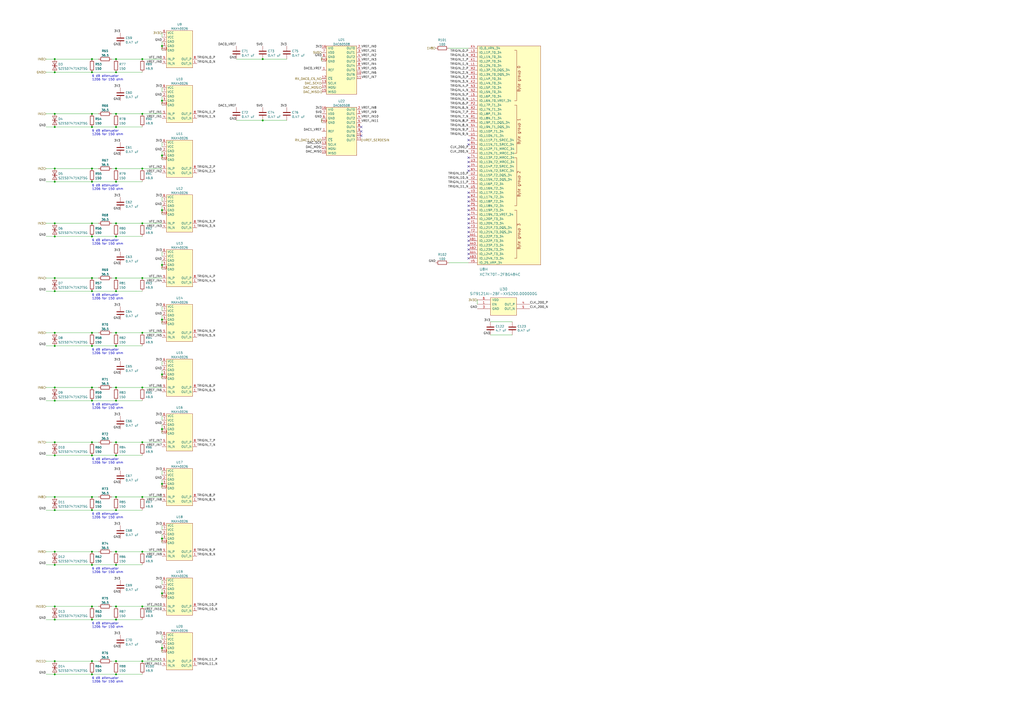
<source format=kicad_sch>
(kicad_sch (version 20211123) (generator eeschema)
  (paper "A2")
  (title_block (title "Trigger Crossbar") (date "2023-12-19") (rev "0.1") (company "Antikernel Labs") (comment 1 "Andrew D. Zonenberg"))
  (junction (at 31.75 264.16))
  (junction (at 67.31 193.04))
  (junction (at 53.34 105.41))
  (junction (at 31.75 193.04))
  (junction (at 53.34 97.79))
  (junction (at 53.34 66.04))
  (junction (at 93.98 280.67))
  (junction (at 82.55 288.29))
  (junction (at 82.55 320.04))
  (junction (at 31.75 137.16))
  (junction (at 31.75 224.79))
  (junction (at 93.98 185.42))
  (junction (at 82.55 193.04))
  (junction (at 67.31 224.79))
  (junction (at 53.34 168.91))
  (junction (at 82.55 224.79))
  (junction (at 53.34 264.16))
  (junction (at 93.98 375.92))
  (junction (at 31.75 383.54))
  (junction (at 53.34 359.41))
  (junction (at 93.98 153.67))
  (junction (at 53.34 232.41))
  (junction (at 82.55 383.54))
  (junction (at 31.75 66.04))
  (junction (at 67.31 168.91))
  (junction (at 53.34 73.66))
  (junction (at 93.98 121.92))
  (junction (at 67.31 295.91))
  (junction (at 31.75 288.29))
  (junction (at 53.34 200.66))
  (junction (at 93.98 217.17))
  (junction (at 67.31 161.29))
  (junction (at 93.98 58.42))
  (junction (at 67.31 232.41))
  (junction (at 53.34 351.79))
  (junction (at 53.34 327.66))
  (junction (at 93.98 312.42))
  (junction (at 31.75 73.66))
  (junction (at 53.34 320.04))
  (junction (at 67.31 391.16))
  (junction (at 67.31 97.79))
  (junction (at 53.34 295.91))
  (junction (at 67.31 288.29))
  (junction (at 31.75 232.41))
  (junction (at 31.75 34.29))
  (junction (at 82.55 129.54))
  (junction (at 31.75 391.16))
  (junction (at 31.75 200.66))
  (junction (at 67.31 200.66))
  (junction (at 31.75 320.04))
  (junction (at 31.75 97.79))
  (junction (at 53.34 256.54))
  (junction (at 53.34 41.91))
  (junction (at 31.75 295.91))
  (junction (at 67.31 264.16))
  (junction (at 31.75 168.91))
  (junction (at 31.75 161.29))
  (junction (at 82.55 34.29))
  (junction (at 67.31 41.91))
  (junction (at 31.75 327.66))
  (junction (at 67.31 383.54))
  (junction (at 82.55 161.29))
  (junction (at 67.31 137.16))
  (junction (at 93.98 344.17))
  (junction (at 152.4 69.85))
  (junction (at 93.98 90.17))
  (junction (at 53.34 224.79))
  (junction (at 53.34 383.54))
  (junction (at 82.55 66.04))
  (junction (at 93.98 26.67))
  (junction (at 67.31 66.04))
  (junction (at 53.34 161.29))
  (junction (at 67.31 351.79))
  (junction (at 53.34 391.16))
  (junction (at 31.75 351.79))
  (junction (at 82.55 351.79))
  (junction (at 53.34 193.04))
  (junction (at 67.31 320.04))
  (junction (at 53.34 34.29))
  (junction (at 31.75 256.54))
  (junction (at 53.34 129.54))
  (junction (at 82.55 256.54))
  (junction (at 67.31 34.29))
  (junction (at 31.75 359.41))
  (junction (at 31.75 41.91))
  (junction (at 93.98 248.92))
  (junction (at 67.31 105.41))
  (junction (at 31.75 129.54))
  (junction (at 67.31 327.66))
  (junction (at 67.31 73.66))
  (junction (at 67.31 129.54))
  (junction (at 82.55 97.79))
  (junction (at 53.34 288.29))
  (junction (at 31.75 105.41))
  (junction (at 67.31 256.54))
  (junction (at 67.31 359.41))
  (junction (at 152.4 34.29))
  (junction (at 53.34 137.16))
  (no_connect (at 271.78 119.38))
  (no_connect (at 271.78 124.46))
  (no_connect (at 271.78 139.7))
  (no_connect (at 271.78 134.62))
  (no_connect (at 271.78 83.82))
  (no_connect (at 271.78 93.98))
  (no_connect (at 271.78 111.76))
  (no_connect (at 271.78 144.78))
  (no_connect (at 271.78 91.44))
  (no_connect (at 271.78 132.08))
  (no_connect (at 271.78 142.24))
  (no_connect (at 271.78 129.54))
  (no_connect (at 271.78 96.52))
  (no_connect (at 271.78 149.86))
  (no_connect (at 271.78 127))
  (no_connect (at 209.55 73.66))
  (no_connect (at 271.78 114.3))
  (no_connect (at 271.78 147.32))
  (no_connect (at 271.78 99.06))
  (no_connect (at 209.55 76.2))
  (no_connect (at 271.78 116.84))
  (no_connect (at 271.78 137.16))
  (no_connect (at 209.55 78.74))
  (no_connect (at 271.78 121.92))
  (no_connect (at 271.78 81.28))
  (wire (pts (xy 93.98 87.63) (xy 93.98 90.17)))
  (wire (pts (xy 93.98 177.8) (xy 93.98 180.34)))
  (wire (pts (xy 67.31 391.16) (xy 82.55 391.16)))
  (wire (pts (xy 26.67 288.29) (xy 31.75 288.29)))
  (wire (pts (xy 53.34 200.66) (xy 67.31 200.66)))
  (wire (pts (xy 93.98 246.38) (xy 93.98 248.92)))
  (wire (pts (xy 67.31 295.91) (xy 82.55 295.91)))
  (wire (pts (xy 93.98 375.92) (xy 93.98 378.46)))
  (wire (pts (xy 67.31 327.66) (xy 82.55 327.66)))
  (wire (pts (xy 137.16 69.85) (xy 152.4 69.85)))
  (wire (pts (xy 26.67 41.91) (xy 31.75 41.91)))
  (wire (pts (xy 93.98 146.05) (xy 93.98 148.59)))
  (wire (pts (xy 64.77 129.54) (xy 67.31 129.54)))
  (wire (pts (xy 31.75 359.41) (xy 53.34 359.41)))
  (wire (pts (xy 31.75 327.66) (xy 53.34 327.66)))
  (wire (pts (xy 53.34 264.16) (xy 67.31 264.16)))
  (wire (pts (xy 26.67 129.54) (xy 31.75 129.54)))
  (wire (pts (xy 67.31 264.16) (xy 82.55 264.16)))
  (wire (pts (xy 53.34 161.29) (xy 57.15 161.29)))
  (wire (pts (xy 53.34 105.41) (xy 67.31 105.41)))
  (wire (pts (xy 53.34 359.41) (xy 67.31 359.41)))
  (wire (pts (xy 53.34 320.04) (xy 57.15 320.04)))
  (wire (pts (xy 26.67 161.29) (xy 31.75 161.29)))
  (wire (pts (xy 31.75 161.29) (xy 53.34 161.29)))
  (wire (pts (xy 186.69 33.02) (xy 186.69 35.56)))
  (wire (pts (xy 93.98 336.55) (xy 93.98 339.09)))
  (wire (pts (xy 82.55 66.04) (xy 93.98 66.04)))
  (wire (pts (xy 82.55 34.29) (xy 93.98 34.29)))
  (wire (pts (xy 31.75 34.29) (xy 53.34 34.29)))
  (wire (pts (xy 31.75 264.16) (xy 53.34 264.16)))
  (wire (pts (xy 31.75 97.79) (xy 53.34 97.79)))
  (wire (pts (xy 31.75 73.66) (xy 53.34 73.66)))
  (wire (pts (xy 64.77 351.79) (xy 67.31 351.79)))
  (wire (pts (xy 53.34 97.79) (xy 57.15 97.79)))
  (wire (pts (xy 67.31 34.29) (xy 82.55 34.29)))
  (wire (pts (xy 26.67 351.79) (xy 31.75 351.79)))
  (wire (pts (xy 53.34 34.29) (xy 57.15 34.29)))
  (wire (pts (xy 26.67 264.16) (xy 31.75 264.16)))
  (wire (pts (xy 31.75 256.54) (xy 53.34 256.54)))
  (wire (pts (xy 64.77 224.79) (xy 67.31 224.79)))
  (wire (pts (xy 67.31 232.41) (xy 82.55 232.41)))
  (wire (pts (xy 26.67 193.04) (xy 31.75 193.04)))
  (wire (pts (xy 276.86 173.99) (xy 276.86 176.53)))
  (wire (pts (xy 26.67 200.66) (xy 31.75 200.66)))
  (wire (pts (xy 93.98 182.88) (xy 93.98 185.42)))
  (wire (pts (xy 31.75 168.91) (xy 53.34 168.91)))
  (wire (pts (xy 67.31 97.79) (xy 82.55 97.79)))
  (wire (pts (xy 93.98 26.67) (xy 93.98 29.21)))
  (wire (pts (xy 31.75 288.29) (xy 53.34 288.29)))
  (wire (pts (xy 93.98 185.42) (xy 93.98 187.96)))
  (wire (pts (xy 26.67 232.41) (xy 31.75 232.41)))
  (wire (pts (xy 53.34 256.54) (xy 57.15 256.54)))
  (wire (pts (xy 53.34 232.41) (xy 67.31 232.41)))
  (wire (pts (xy 297.18 186.69) (xy 284.48 186.69)))
  (wire (pts (xy 31.75 224.79) (xy 53.34 224.79)))
  (wire (pts (xy 67.31 105.41) (xy 82.55 105.41)))
  (wire (pts (xy 82.55 97.79) (xy 93.98 97.79)))
  (wire (pts (xy 67.31 161.29) (xy 82.55 161.29)))
  (wire (pts (xy 26.67 73.66) (xy 31.75 73.66)))
  (wire (pts (xy 260.35 27.94) (xy 271.78 27.94)))
  (wire (pts (xy 53.34 137.16) (xy 67.31 137.16)))
  (wire (pts (xy 82.55 224.79) (xy 93.98 224.79)))
  (wire (pts (xy 26.67 105.41) (xy 31.75 105.41)))
  (wire (pts (xy 82.55 288.29) (xy 93.98 288.29)))
  (wire (pts (xy 53.34 295.91) (xy 67.31 295.91)))
  (wire (pts (xy 67.31 41.91) (xy 82.55 41.91)))
  (wire (pts (xy 53.34 193.04) (xy 57.15 193.04)))
  (wire (pts (xy 67.31 383.54) (xy 82.55 383.54)))
  (wire (pts (xy 31.75 200.66) (xy 53.34 200.66)))
  (wire (pts (xy 26.67 224.79) (xy 31.75 224.79)))
  (wire (pts (xy 67.31 224.79) (xy 82.55 224.79)))
  (wire (pts (xy 93.98 373.38) (xy 93.98 375.92)))
  (wire (pts (xy 53.34 383.54) (xy 57.15 383.54)))
  (wire (pts (xy 64.77 256.54) (xy 67.31 256.54)))
  (wire (pts (xy 93.98 55.88) (xy 93.98 58.42)))
  (wire (pts (xy 93.98 90.17) (xy 93.98 92.71)))
  (wire (pts (xy 93.98 121.92) (xy 93.98 124.46)))
  (wire (pts (xy 26.67 168.91) (xy 31.75 168.91)))
  (wire (pts (xy 31.75 137.16) (xy 53.34 137.16)))
  (wire (pts (xy 93.98 24.13) (xy 93.98 26.67)))
  (wire (pts (xy 260.35 152.4) (xy 271.78 152.4)))
  (wire (pts (xy 53.34 66.04) (xy 57.15 66.04)))
  (wire (pts (xy 31.75 391.16) (xy 53.34 391.16)))
  (wire (pts (xy 26.67 97.79) (xy 31.75 97.79)))
  (wire (pts (xy 93.98 344.17) (xy 93.98 346.71)))
  (wire (pts (xy 53.34 288.29) (xy 57.15 288.29)))
  (wire (pts (xy 64.77 383.54) (xy 67.31 383.54)))
  (wire (pts (xy 53.34 73.66) (xy 67.31 73.66)))
  (wire (pts (xy 31.75 105.41) (xy 53.34 105.41)))
  (wire (pts (xy 93.98 278.13) (xy 93.98 280.67)))
  (wire (pts (xy 31.75 129.54) (xy 53.34 129.54)))
  (wire (pts (xy 26.67 34.29) (xy 31.75 34.29)))
  (wire (pts (xy 26.67 327.66) (xy 31.75 327.66)))
  (wire (pts (xy 93.98 114.3) (xy 93.98 116.84)))
  (wire (pts (xy 31.75 295.91) (xy 53.34 295.91)))
  (wire (pts (xy 152.4 69.85) (xy 166.37 69.85)))
  (wire (pts (xy 26.67 383.54) (xy 31.75 383.54)))
  (wire (pts (xy 64.77 161.29) (xy 67.31 161.29)))
  (wire (pts (xy 53.34 391.16) (xy 67.31 391.16)))
  (wire (pts (xy 53.34 351.79) (xy 57.15 351.79)))
  (wire (pts (xy 93.98 153.67) (xy 93.98 156.21)))
  (wire (pts (xy 31.75 41.91) (xy 53.34 41.91)))
  (wire (pts (xy 64.77 288.29) (xy 67.31 288.29)))
  (wire (pts (xy 93.98 19.05) (xy 93.98 21.59)))
  (wire (pts (xy 93.98 241.3) (xy 93.98 243.84)))
  (wire (pts (xy 67.31 256.54) (xy 82.55 256.54)))
  (wire (pts (xy 93.98 280.67) (xy 93.98 283.21)))
  (wire (pts (xy 53.34 168.91) (xy 67.31 168.91)))
  (wire (pts (xy 31.75 66.04) (xy 53.34 66.04)))
  (wire (pts (xy 82.55 256.54) (xy 93.98 256.54)))
  (wire (pts (xy 82.55 161.29) (xy 93.98 161.29)))
  (wire (pts (xy 93.98 82.55) (xy 93.98 85.09)))
  (wire (pts (xy 64.77 97.79) (xy 67.31 97.79)))
  (wire (pts (xy 93.98 119.38) (xy 93.98 121.92)))
  (wire (pts (xy 93.98 341.63) (xy 93.98 344.17)))
  (wire (pts (xy 64.77 34.29) (xy 67.31 34.29)))
  (wire (pts (xy 284.48 194.31) (xy 297.18 194.31)))
  (wire (pts (xy 67.31 129.54) (xy 82.55 129.54)))
  (wire (pts (xy 67.31 66.04) (xy 82.55 66.04)))
  (wire (pts (xy 67.31 137.16) (xy 82.55 137.16)))
  (wire (pts (xy 82.55 193.04) (xy 93.98 193.04)))
  (wire (pts (xy 93.98 151.13) (xy 93.98 153.67)))
  (wire (pts (xy 67.31 73.66) (xy 82.55 73.66)))
  (wire (pts (xy 93.98 309.88) (xy 93.98 312.42)))
  (wire (pts (xy 93.98 217.17) (xy 93.98 219.71)))
  (wire (pts (xy 64.77 193.04) (xy 67.31 193.04)))
  (wire (pts (xy 82.55 351.79) (xy 93.98 351.79)))
  (wire (pts (xy 93.98 304.8) (xy 93.98 307.34)))
  (wire (pts (xy 64.77 320.04) (xy 67.31 320.04)))
  (wire (pts (xy 93.98 209.55) (xy 93.98 212.09)))
  (wire (pts (xy 53.34 41.91) (xy 67.31 41.91)))
  (wire (pts (xy 26.67 256.54) (xy 31.75 256.54)))
  (wire (pts (xy 93.98 312.42) (xy 93.98 314.96)))
  (wire (pts (xy 93.98 58.42) (xy 93.98 60.96)))
  (wire (pts (xy 93.98 214.63) (xy 93.98 217.17)))
  (wire (pts (xy 26.67 137.16) (xy 31.75 137.16)))
  (wire (pts (xy 67.31 200.66) (xy 82.55 200.66)))
  (wire (pts (xy 82.55 383.54) (xy 93.98 383.54)))
  (wire (pts (xy 93.98 50.8) (xy 93.98 53.34)))
  (wire (pts (xy 53.34 224.79) (xy 57.15 224.79)))
  (wire (pts (xy 67.31 288.29) (xy 82.55 288.29)))
  (wire (pts (xy 67.31 351.79) (xy 82.55 351.79)))
  (wire (pts (xy 67.31 359.41) (xy 82.55 359.41)))
  (wire (pts (xy 26.67 359.41) (xy 31.75 359.41)))
  (wire (pts (xy 82.55 129.54) (xy 93.98 129.54)))
  (wire (pts (xy 186.69 68.58) (xy 186.69 71.12)))
  (wire (pts (xy 67.31 193.04) (xy 82.55 193.04)))
  (wire (pts (xy 53.34 327.66) (xy 67.31 327.66)))
  (wire (pts (xy 26.67 320.04) (xy 31.75 320.04)))
  (wire (pts (xy 82.55 320.04) (xy 93.98 320.04)))
  (wire (pts (xy 93.98 273.05) (xy 93.98 275.59)))
  (wire (pts (xy 31.75 383.54) (xy 53.34 383.54)))
  (wire (pts (xy 26.67 295.91) (xy 31.75 295.91)))
  (wire (pts (xy 31.75 351.79) (xy 53.34 351.79)))
  (wire (pts (xy 31.75 193.04) (xy 53.34 193.04)))
  (wire (pts (xy 26.67 391.16) (xy 31.75 391.16)))
  (wire (pts (xy 31.75 320.04) (xy 53.34 320.04)))
  (wire (pts (xy 67.31 320.04) (xy 82.55 320.04)))
  (wire (pts (xy 93.98 248.92) (xy 93.98 251.46)))
  (wire (pts (xy 93.98 368.3) (xy 93.98 370.84)))
  (wire (pts (xy 137.16 34.29) (xy 152.4 34.29)))
  (wire (pts (xy 152.4 34.29) (xy 166.37 34.29)))
  (wire (pts (xy 26.67 66.04) (xy 31.75 66.04)))
  (wire (pts (xy 67.31 168.91) (xy 82.55 168.91)))
  (wire (pts (xy 64.77 66.04) (xy 67.31 66.04)))
  (wire (pts (xy 31.75 232.41) (xy 53.34 232.41)))
  (wire (pts (xy 53.34 129.54) (xy 57.15 129.54)))
  (text "6 dB attenuator\n1206 for 150 ohm" (at 53.34 269.24 0) (effects (font (size 1.27 1.27)) (justify left bottom)))
  (text "6 dB attenuator\n1206 for 150 ohm" (at 53.34 396.24 0) (effects (font (size 1.27 1.27)) (justify left bottom)))
  (text "6 dB attenuator\n1206 for 150 ohm" (at 53.34 205.74 0) (effects (font (size 1.27 1.27)) (justify left bottom)))
  (text "6 dB attenuator\n1206 for 150 ohm" (at 53.34 364.49 0) (effects (font (size 1.27 1.27)) (justify left bottom)))
  (text "6 dB attenuator\n1206 for 150 ohm" (at 53.34 46.99 0) (effects (font (size 1.27 1.27)) (justify left bottom)))
  (text "6 dB attenuator\n1206 for 150 ohm" (at 53.34 173.99 0) (effects (font (size 1.27 1.27)) (justify left bottom)))
  (text "6 dB attenuator\n1206 for 150 ohm" (at 53.34 237.49 0) (effects (font (size 1.27 1.27)) (justify left bottom)))
  (text "6 dB attenuator\n1206 for 150 ohm" (at 53.34 78.74 0) (effects (font (size 1.27 1.27)) (justify left bottom)))
  (text "6 dB attenuator\n1206 for 150 ohm" (at 53.34 300.99 0) (effects (font (size 1.27 1.27)) (justify left bottom)))
  (text "6 dB attenuator\n1206 for 150 ohm" (at 53.34 332.74 0) (effects (font (size 1.27 1.27)) (justify left bottom)))
  (text "6 dB attenuator\n1206 for 150 ohm" (at 53.34 142.24 0) (effects (font (size 1.27 1.27)) (justify left bottom)))
  (text "6 dB attenuator\n1206 for 150 ohm" (at 53.34 110.49 0) (effects (font (size 1.27 1.27)) (justify left bottom)))
  (label "VREF_IN11" (at 93.98 386.08 180))
  (label "VREF_IN3" (at 209.55 35.56 0))
  (label "TRIGIN_2_N" (at 114.3 100.33 0))
  (label "3V3" (at 93.98 241.3 180))
  (label "GND" (at 93.98 246.38 180))
  (label "TRIGIN_11_N" (at 114.3 386.08 0))
  (label "DAC1_VREF" (at 137.16 62.23 180))
  (label "VFE_IN2" (at 93.98 97.79 180))
  (label "5V0" (at 152.4 62.23 180))
  (label "3V3" (at 93.98 177.8 180))
  (label "TRIGIN_5_N" (at 271.78 58.42 180))
  (label "GND" (at 93.98 24.13 180))
  (label "TRIGIN_1_P" (at 114.3 66.04 0))
  (label "DAC0_VREF" (at 137.16 26.67 180))
  (label "TRIGIN_7_N" (at 271.78 68.58 180))
  (label "GND" (at 93.98 309.88 180))
  (label "VREF_IN8" (at 93.98 290.83 180))
  (label "3V3" (at 69.85 114.3 180))
  (label "GND" (at 26.67 327.66 180))
  (label "5V0" (at 186.69 66.04 180))
  (label "TRIGIN_6_N" (at 114.3 227.33 0))
  (label "3V3" (at 69.85 209.55 180))
  (label "TRIGIN_7_P" (at 114.3 256.54 0))
  (label "3V3" (at 69.85 241.3 180))
  (label "TRIGIN_5_P" (at 271.78 55.88 180))
  (label "GND" (at 26.67 359.41 180))
  (label "DAC0_VREF" (at 186.69 40.64 180))
  (label "3V3" (at 69.85 273.05 180))
  (label "GND" (at 69.85 217.17 180))
  (label "3V3" (at 93.98 50.8 180))
  (label "DAC_MISO" (at 186.69 88.9 180))
  (label "3V3" (at 69.85 82.55 180))
  (label "TRIGIN_6_P" (at 271.78 60.96 180))
  (label "TRIGIN_11_P" (at 114.3 383.54 0))
  (label "3V3" (at 93.98 82.55 180))
  (label "GND" (at 69.85 344.17 180))
  (label "VREF_IN10" (at 209.55 68.58 0))
  (label "VREF_IN7" (at 93.98 259.08 180))
  (label "TRIGIN_1_N" (at 271.78 38.1 180))
  (label "TRIGIN_10_P" (at 271.78 101.6 180))
  (label "GND" (at 26.67 264.16 180))
  (label "GND" (at 69.85 248.92 180))
  (label "TRIGIN_2_P" (at 271.78 40.64 180))
  (label "VREF_IN5" (at 93.98 195.58 180))
  (label "GND" (at 252.73 152.4 180))
  (label "TRIGIN_6_P" (at 114.3 224.79 0))
  (label "GND" (at 93.98 341.63 180))
  (label "TRIGIN_1_P" (at 271.78 35.56 180))
  (label "GND" (at 284.48 194.31 180))
  (label "3V3" (at 69.85 368.3 180))
  (label "GND" (at 26.67 168.91 180))
  (label "3V3" (at 93.98 368.3 180))
  (label "CLK_200_P" (at 307.34 176.53 0))
  (label "3V3" (at 69.85 146.05 180))
  (label "3V3" (at 93.98 209.55 180))
  (label "VREF_IN5" (at 209.55 40.64 0))
  (label "VREF_IN10" (at 93.98 354.33 180))
  (label "GND" (at 26.67 105.41 180))
  (label "TRIGIN_4_N" (at 271.78 53.34 180))
  (label "TRIGIN_3_N" (at 271.78 48.26 180))
  (label "CLK_200_N" (at 271.78 88.9 180))
  (label "TRIGIN_10_P" (at 114.3 351.79 0))
  (label "TRIGIN_0_N" (at 114.3 36.83 0))
  (label "GND" (at 69.85 280.67 180))
  (label "GND" (at 26.67 73.66 180))
  (label "CLK_200_P" (at 271.78 86.36 180))
  (label "DAC_MOSI" (at 186.69 86.36 180))
  (label "TRIGIN_0_N" (at 271.78 33.02 180))
  (label "VREF_IN11" (at 209.55 71.12 0))
  (label "VREF_IN9" (at 93.98 322.58 180))
  (label "VFE_IN11" (at 93.98 383.54 180))
  (label "TRIGIN_11_P" (at 271.78 106.68 180))
  (label "TRIGIN_9_N" (at 114.3 322.58 0))
  (label "VREF_IN1" (at 93.98 68.58 180))
  (label "TRIGIN_8_N" (at 114.3 290.83 0))
  (label "3V3" (at 93.98 114.3 180))
  (label "VREF_IN0" (at 209.55 27.94 0))
  (label "GND" (at 69.85 26.67 180))
  (label "TRIGIN_8_P" (at 114.3 288.29 0))
  (label "VFE_IN1" (at 93.98 66.04 180))
  (label "3V3" (at 69.85 19.05 180))
  (label "3V3" (at 93.98 146.05 180))
  (label "VREF_IN4" (at 209.55 38.1 0))
  (label "TRIGIN_9_P" (at 271.78 76.2 180))
  (label "CLK_200_N" (at 307.34 179.07 0))
  (label "GND" (at 276.86 179.07 180))
  (label "VREF_IN8" (at 209.55 63.5 0))
  (label "TRIGIN_4_P" (at 271.78 50.8 180))
  (label "GND" (at 69.85 121.92 180))
  (label "3V3" (at 69.85 336.55 180))
  (label "TRIGIN_1_N" (at 114.3 68.58 0))
  (label "GND" (at 26.67 137.16 180))
  (label "GND" (at 93.98 87.63 180))
  (label "TRIGIN_3_N" (at 114.3 132.08 0))
  (label "GND" (at 26.67 200.66 180))
  (label "VREF_IN6" (at 93.98 227.33 180))
  (label "GND" (at 93.98 151.13 180))
  (label "GND" (at 69.85 153.67 180))
  (label "TRIGIN_0_P" (at 114.3 34.29 0))
  (label "GND" (at 26.67 232.41 180))
  (label "TRIGIN_4_P" (at 114.3 161.29 0))
  (label "3V3" (at 93.98 273.05 180))
  (label "VREF_IN3" (at 93.98 132.08 180))
  (label "TRIGIN_9_N" (at 271.78 78.74 180))
  (label "3V3" (at 69.85 304.8 180))
  (label "VREF_IN4" (at 93.98 163.83 180))
  (label "VREF_IN2" (at 209.55 33.02 0))
  (label "VREF_IN1" (at 209.55 30.48 0))
  (label "TRIGIN_3_P" (at 114.3 129.54 0))
  (label "TRIGIN_0_P" (at 271.78 30.48 180))
  (label "GND" (at 93.98 278.13 180))
  (label "VREF_IN6" (at 209.55 43.18 0))
  (label "3V3" (at 166.37 62.23 180))
  (label "TRIGIN_8_N" (at 271.78 73.66 180))
  (label "TRIGIN_5_P" (at 114.3 193.04 0))
  (label "VFE_IN5" (at 93.98 193.04 180))
  (label "3V3" (at 186.69 63.5 180))
  (label "3V3" (at 69.85 177.8 180))
  (label "TRIGIN_10_N" (at 114.3 354.33 0))
  (label "DAC1_VREF" (at 186.69 76.2 180))
  (label "TRIGIN_7_N" (at 114.3 259.08 0))
  (label "VREF_IN7" (at 209.55 45.72 0))
  (label "GND" (at 69.85 185.42 180))
  (label "5V0" (at 152.4 26.67 180))
  (label "VFE_IN10" (at 93.98 351.79 180))
  (label "3V3" (at 69.85 50.8 180))
  (label "TRIGIN_3_P" (at 271.78 45.72 180))
  (label "TRIGIN_2_N" (at 271.78 43.18 180))
  (label "TRIGIN_10_N" (at 271.78 104.14 180))
  (label "TRIGIN_5_N" (at 114.3 195.58 0))
  (label "GND" (at 69.85 58.42 180))
  (label "TRIGIN_8_P" (at 271.78 71.12 180))
  (label "GND" (at 93.98 214.63 180))
  (label "VFE_IN0" (at 93.98 34.29 180))
  (label "GND" (at 93.98 55.88 180))
  (label "GND" (at 93.98 182.88 180))
  (label "GND" (at 26.67 391.16 180))
  (label "3V3" (at 93.98 304.8 180))
  (label "GND" (at 93.98 119.38 180))
  (label "GND" (at 137.16 34.29 180))
  (label "VFE_IN4" (at 93.98 161.29 180))
  (label "DAC_SCK" (at 186.69 83.82 180))
  (label "VFE_IN8" (at 93.98 288.29 180))
  (label "GND" (at 186.69 68.58 180))
  (label "VFE_IN7" (at 93.98 256.54 180))
  (label "3V3" (at 166.37 26.67 180))
  (label "VFE_IN9" (at 93.98 320.04 180))
  (label "GND" (at 69.85 90.17 180))
  (label "VREF_IN2" (at 93.98 100.33 180))
  (label "VFE_IN6" (at 93.98 224.79 180))
  (label "VFE_IN3" (at 93.98 129.54 180))
  (label "TRIGIN_4_N" (at 114.3 163.83 0))
  (label "GND" (at 186.69 33.02 180))
  (label "3V3" (at 93.98 336.55 180))
  (label "3V3" (at 186.69 27.94 180))
  (label "GND" (at 69.85 312.42 180))
  (label "3V3" (at 284.48 186.69 180))
  (label "GND" (at 93.98 373.38 180))
  (label "VREF_IN0" (at 93.98 36.83 180))
  (label "TRIGIN_9_P" (at 114.3 320.04 0))
  (label "TRIGIN_7_P" (at 271.78 66.04 180))
  (label "VREF_IN9" (at 209.55 66.04 0))
  (label "TRIGIN_11_N" (at 271.78 109.22 180))
  (label "TRIGIN_2_P" (at 114.3 97.79 0))
  (label "GND" (at 137.16 69.85 180))
  (label "GND" (at 69.85 375.92 180))
  (label "GND" (at 26.67 295.91 180))
  (label "TRIGIN_6_N" (at 271.78 63.5 180))
  (hierarchical_label "IN8" (shape input) (at 26.67 288.29 180))
  (hierarchical_label "IN10" (shape input) (at 26.67 351.79 180))
  (hierarchical_label "IN11" (shape input) (at 26.67 383.54 180))
  (hierarchical_label "IN7" (shape input) (at 26.67 256.54 180))
  (hierarchical_label "3V3" (shape input) (at 93.98 19.05 180))
  (hierarchical_label "DAC_SCK" (shape input) (at 186.69 48.26 180))
  (hierarchical_label "IN1" (shape input) (at 26.67 66.04 180))
  (hierarchical_label "DAC_MISO" (shape output) (at 186.69 53.34 180))
  (hierarchical_label "IN2" (shape input) (at 26.67 97.79 180))
  (hierarchical_label "IN4" (shape input) (at 26.67 161.29 180))
  (hierarchical_label "3V3" (shape input) (at 276.86 173.99 180))
  (hierarchical_label "5V0" (shape input) (at 186.69 30.48 180))
  (hierarchical_label "IN0" (shape input) (at 26.67 34.29 180))
  (hierarchical_label "GND" (shape input) (at 26.67 41.91 180))
  (hierarchical_label "RX_DAC1_CS_N" (shape input) (at 186.69 81.28 180))
  (hierarchical_label "DAC_MOSI" (shape input) (at 186.69 50.8 180))
  (hierarchical_label "IN3" (shape input) (at 26.67 129.54 180))
  (hierarchical_label "IN5" (shape input) (at 26.67 193.04 180))
  (hierarchical_label "VREF_SERDESIN" (shape output) (at 209.55 81.28 0))
  (hierarchical_label "IN6" (shape input) (at 26.67 224.79 180))
  (hierarchical_label "RX_DAC0_CS_N" (shape input) (at 186.69 45.72 180))
  (hierarchical_label "1V8" (shape input) (at 252.73 27.94 180))
  (hierarchical_label "IN9" (shape input) (at 26.67 320.04 180))
  (symbol (lib_id "device:R") (at 82.55 292.1 0) (unit 1)
    (property "Reference" "R97" (at 84.328 291.2653 0) (effects (justify left)))
    (property "Value" "49.9" (at 84.328 293.8022 0) (effects (justify left)))
    (property "Footprint" "azonenberg_pcb:EIA_0402_RES_NOSILK" (effects hide))
  )
  (symbol (lib_id "device:C") (at 69.85 22.86 0) (unit 1)
    (property "Reference" "C59" (at 72.771 22.0253 0) (effects (justify left)))
    (property "Value" "0.47 uF" (at 72.771 24.5622 0) (effects (justify left)))
    (property "Footprint" "azonenberg_pcb:EIA_0402_CAP_NOSILK" (effects hide))
  )
  (symbol (lib_id "device:R") (at 67.31 101.6 180) (unit 1)
    (property "Reference" "R79" (at 69.088 100.7653 0) (effects (justify right)))
    (property "Value" "150" (at 69.088 103.3022 0) (effects (justify right)))
    (property "Footprint" "azonenberg_pcb:EIA_0402_RES_NOSILK" (effects hide))
  )
  (symbol (lib_id "device:C") (at 152.4 66.04 0) (unit 1)
    (property "Reference" "C74" (at 155.321 65.2053 0) (effects (justify left)))
    (property "Value" "0.47 uF" (at 155.321 67.7422 0) (effects (justify left)))
    (property "Footprint" "azonenberg_pcb:EIA_0402_CAP_NOSILK" (effects hide))
  )
  (symbol (lib_id "device:C") (at 137.16 66.04 0) (unit 1)
    (property "Reference" "C72" (at 140.081 65.2053 0) (effects (justify left)))
    (property "Value" "0.47 uF" (at 140.081 67.7422 0) (effects (justify left)))
    (property "Footprint" "azonenberg_pcb:EIA_0402_CAP_NOSILK" (effects hide))
  )
  (symbol (lib_id "device:C") (at 297.18 190.5 0) (unit 1)
    (property "Reference" "C123" (at 300.101 189.3316 0) (effects (justify left)))
    (property "Value" "0.47 uF" (at 300.101 191.643 0) (effects (justify left)))
    (property "Footprint" "azonenberg_pcb:EIA_0402_CAP_NOSILK" (effects hide))
  )
  (symbol (lib_id "device:C") (at 69.85 276.86 0) (unit 1)
    (property "Reference" "C67" (at 72.771 276.0253 0) (effects (justify left)))
    (property "Value" "0.47 uF" (at 72.771 278.5622 0) (effects (justify left)))
    (property "Footprint" "azonenberg_pcb:EIA_0402_CAP_NOSILK" (effects hide))
  )
  (symbol (lib_id "device:R") (at 53.34 260.35 0) (unit 1)
    (property "Reference" "R60" (at 55.118 259.5153 0) (effects (justify left)))
    (property "Value" "150" (at 55.118 262.0522 0) (effects (justify left)))
    (property "Footprint" "azonenberg_pcb:EIA_0402_RES_NOSILK" (effects hide))
  )
  (symbol (lib_id "device:R") (at 67.31 260.35 180) (unit 1)
    (property "Reference" "R84" (at 69.088 259.5153 0) (effects (justify right)))
    (property "Value" "150" (at 69.088 262.0522 0) (effects (justify right)))
    (property "Footprint" "azonenberg_pcb:EIA_0402_RES_NOSILK" (effects hide))
  )
  (symbol (lib_id "device:R") (at 82.55 101.6 0) (unit 1)
    (property "Reference" "R91" (at 84.328 100.7653 0) (effects (justify left)))
    (property "Value" "49.9" (at 84.328 103.3022 0) (effects (justify left)))
    (property "Footprint" "azonenberg_pcb:EIA_0402_RES_NOSILK" (effects hide))
  )
  (symbol (lib_id "device:D_TVS") (at 31.75 323.85 90) (unit 1)
    (property "Reference" "D12" (at 33.7566 323.0153 90) (effects (justify right)))
    (property "Value" "SZESD7471N2T5G" (at 33.7566 325.5522 90) (effects (justify right)))
    (property "Footprint" "azonenberg_pcb:SOD882" (effects hide))
    (property "Datasheet" "https://en.wikipedia.org/wiki/Transient-voltage-suppression_diode" (effects hide))
  )
  (symbol (lib_id "device:R") (at 67.31 165.1 180) (unit 1)
    (property "Reference" "R81" (at 69.088 164.2653 0) (effects (justify right)))
    (property "Value" "150" (at 69.088 166.8022 0) (effects (justify right)))
    (property "Footprint" "azonenberg_pcb:EIA_0402_RES_NOSILK" (effects hide))
  )
  (symbol (lib_id "device:R") (at 60.96 97.79 90) (unit 1)
    (property "Reference" "R67" (at 60.96 93.0742 90))
    (property "Value" "36.5" (at 60.96 95.6111 90))
    (property "Footprint" "azonenberg_pcb:EIA_0402_RES_NOSILK" (effects hide))
  )
  (symbol (lib_id "device:C") (at 69.85 118.11 0) (unit 1)
    (property "Reference" "C62" (at 72.771 117.2753 0) (effects (justify left)))
    (property "Value" "0.47 uF" (at 72.771 119.8122 0) (effects (justify left)))
    (property "Footprint" "azonenberg_pcb:EIA_0402_CAP_NOSILK" (effects hide))
  )
  (symbol (lib_id "device:D_TVS") (at 31.75 260.35 90) (unit 1)
    (property "Reference" "D10" (at 33.7566 259.5153 90) (effects (justify right)))
    (property "Value" "SZESD7471N2T5G" (at 33.7566 262.0522 90) (effects (justify right)))
    (property "Footprint" "azonenberg_pcb:SOD882" (effects hide))
    (property "Datasheet" "https://en.wikipedia.org/wiki/Transient-voltage-suppression_diode" (effects hide))
  )
  (symbol (lib_id "device:D_TVS") (at 31.75 133.35 90) (unit 1)
    (property "Reference" "D6" (at 33.7566 132.5153 90) (effects (justify right)))
    (property "Value" "SZESD7471N2T5G" (at 33.7566 135.0522 90) (effects (justify right)))
    (property "Footprint" "azonenberg_pcb:SOD882" (effects hide))
    (property "Datasheet" "https://en.wikipedia.org/wiki/Transient-voltage-suppression_diode" (effects hide))
  )
  (symbol (lib_id "device:R") (at 82.55 69.85 0) (unit 1)
    (property "Reference" "R90" (at 84.328 69.0153 0) (effects (justify left)))
    (property "Value" "49.9" (at 84.328 71.5522 0) (effects (justify left)))
    (property "Footprint" "azonenberg_pcb:EIA_0402_RES_NOSILK" (effects hide))
  )
  (symbol (lib_id "device:R") (at 82.55 355.6 0) (unit 1)
    (property "Reference" "R99" (at 84.328 354.7653 0) (effects (justify left)))
    (property "Value" "49.9" (at 84.328 357.3022 0) (effects (justify left)))
    (property "Footprint" "azonenberg_pcb:EIA_0402_RES_NOSILK" (effects hide))
  )
  (symbol (lib_id "device:R") (at 82.55 260.35 0) (unit 1)
    (property "Reference" "R96" (at 84.328 259.5153 0) (effects (justify left)))
    (property "Value" "49.9" (at 84.328 262.0522 0) (effects (justify left)))
    (property "Footprint" "azonenberg_pcb:EIA_0402_RES_NOSILK" (effects hide))
  )
  (symbol (lib_id "device:D_TVS") (at 31.75 228.6 90) (unit 1)
    (property "Reference" "D9" (at 33.7566 227.7653 90) (effects (justify right)))
    (property "Value" "SZESD7471N2T5G" (at 33.7566 230.3022 90) (effects (justify right)))
    (property "Footprint" "azonenberg_pcb:SOD882" (effects hide))
    (property "Datasheet" "https://en.wikipedia.org/wiki/Transient-voltage-suppression_diode" (effects hide))
  )
  (symbol (lib_id "analog-azonenberg:MAX40026") (at 96.52 325.12 0) (unit 1)
    (property "Reference" "U18" (at 104.14 299.881 0))
    (property "Value" "MAX40026" (at 104.14 302.4179 0))
    (property "Footprint" "azonenberg_pcb:DFN_8_0.5MM_2x2MM" (effects hide))
  )
  (symbol (lib_id "device:R") (at 67.31 387.35 180) (unit 1)
    (property "Reference" "R88" (at 69.088 386.5153 0) (effects (justify right)))
    (property "Value" "150" (at 69.088 389.0522 0) (effects (justify right)))
    (property "Footprint" "azonenberg_pcb:EIA_0402_RES_NOSILK" (effects hide))
  )
  (symbol (lib_id "device:C") (at 137.16 30.48 0) (unit 1)
    (property "Reference" "C71" (at 140.081 29.6453 0) (effects (justify left)))
    (property "Value" "0.47 uF" (at 140.081 32.1822 0) (effects (justify left)))
    (property "Footprint" "azonenberg_pcb:EIA_0402_CAP_NOSILK" (effects hide))
  )
  (symbol (lib_id "device:R") (at 82.55 38.1 0) (unit 1)
    (property "Reference" "R89" (at 84.328 37.2653 0) (effects (justify left)))
    (property "Value" "49.9" (at 84.328 39.8022 0) (effects (justify left)))
    (property "Footprint" "azonenberg_pcb:EIA_0402_RES_NOSILK" (effects hide))
  )
  (symbol (lib_id "analog-azonenberg:MAX40026") (at 96.52 39.37 0) (unit 1)
    (property "Reference" "U9" (at 104.14 14.131 0))
    (property "Value" "MAX40026" (at 104.14 16.6679 0))
    (property "Footprint" "azonenberg_pcb:DFN_8_0.5MM_2x2MM" (effects hide))
  )
  (symbol (lib_id "device:C") (at 69.85 213.36 0) (unit 1)
    (property "Reference" "C65" (at 72.771 212.5253 0) (effects (justify left)))
    (property "Value" "0.47 uF" (at 72.771 215.0622 0) (effects (justify left)))
    (property "Footprint" "azonenberg_pcb:EIA_0402_CAP_NOSILK" (effects hide))
  )
  (symbol (lib_id "device:D_TVS") (at 31.75 387.35 90) (unit 1)
    (property "Reference" "D14" (at 33.7566 386.5153 90) (effects (justify right)))
    (property "Value" "SZESD7471N2T5G" (at 33.7566 389.0522 90) (effects (justify right)))
    (property "Footprint" "azonenberg_pcb:SOD882" (effects hide))
    (property "Datasheet" "https://en.wikipedia.org/wiki/Transient-voltage-suppression_diode" (effects hide))
  )
  (symbol (lib_id "device:R") (at 67.31 355.6 180) (unit 1)
    (property "Reference" "R87" (at 69.088 354.7653 0) (effects (justify right)))
    (property "Value" "150" (at 69.088 357.3022 0) (effects (justify right)))
    (property "Footprint" "azonenberg_pcb:EIA_0402_RES_NOSILK" (effects hide))
  )
  (symbol (lib_id "device:R") (at 60.96 129.54 90) (unit 1)
    (property "Reference" "R68" (at 60.96 124.8242 90))
    (property "Value" "36.5" (at 60.96 127.3611 90))
    (property "Footprint" "azonenberg_pcb:EIA_0402_RES_NOSILK" (effects hide))
  )
  (symbol (lib_id "device:R") (at 67.31 292.1 180) (unit 1)
    (property "Reference" "R85" (at 69.088 291.2653 0) (effects (justify right)))
    (property "Value" "150" (at 69.088 293.8022 0) (effects (justify right)))
    (property "Footprint" "azonenberg_pcb:EIA_0402_RES_NOSILK" (effects hide))
  )
  (symbol (lib_id "device:R") (at 60.96 320.04 90) (unit 1)
    (property "Reference" "R74" (at 60.96 315.3242 90))
    (property "Value" "36.5" (at 60.96 317.8611 90))
    (property "Footprint" "azonenberg_pcb:EIA_0402_RES_NOSILK" (effects hide))
  )
  (symbol (lib_id "device:R") (at 53.34 387.35 0) (unit 1)
    (property "Reference" "R64" (at 55.118 386.5153 0) (effects (justify left)))
    (property "Value" "150" (at 55.118 389.0522 0) (effects (justify left)))
    (property "Footprint" "azonenberg_pcb:EIA_0402_RES_NOSILK" (effects hide))
  )
  (symbol (lib_id "device:R") (at 82.55 133.35 0) (unit 1)
    (property "Reference" "R92" (at 84.328 132.5153 0) (effects (justify left)))
    (property "Value" "49.9" (at 84.328 135.0522 0) (effects (justify left)))
    (property "Footprint" "azonenberg_pcb:EIA_0402_RES_NOSILK" (effects hide))
  )
  (symbol (lib_id "analog-azonenberg:DACx0508_WQFN") (at 189.23 90.17 0) (unit 1)
    (property "Reference" "U22" (at 198.12 58.6572 0))
    (property "Value" "DAC60508" (at 198.12 61.1941 0))
    (property "Footprint" "azonenberg_pcb:QFN_16_0.5MM_3x3MM" (effects hide))
  )
  (symbol (lib_id "device:R") (at 53.34 165.1 0) (unit 1)
    (property "Reference" "R57" (at 55.118 164.2653 0) (effects (justify left)))
    (property "Value" "150" (at 55.118 166.8022 0) (effects (justify left)))
    (property "Footprint" "azonenberg_pcb:EIA_0402_RES_NOSILK" (effects hide))
  )
  (symbol (lib_id "analog-azonenberg:MAX40026") (at 96.52 261.62 0) (unit 1)
    (property "Reference" "U16" (at 104.14 236.381 0))
    (property "Value" "MAX40026" (at 104.14 238.9179 0))
    (property "Footprint" "azonenberg_pcb:DFN_8_0.5MM_2x2MM" (effects hide))
  )
  (symbol (lib_id "analog-azonenberg:MAX40026") (at 96.52 71.12 0) (unit 1)
    (property "Reference" "U10" (at 104.14 45.881 0))
    (property "Value" "MAX40026" (at 104.14 48.4179 0))
    (property "Footprint" "azonenberg_pcb:DFN_8_0.5MM_2x2MM" (effects hide))
  )
  (symbol (lib_id "device:C") (at 284.48 190.5 0) (unit 1)
    (property "Reference" "C122" (at 287.401 189.3316 0) (effects (justify left)))
    (property "Value" "4.7 uF" (at 287.401 191.643 0) (effects (justify left)))
    (property "Footprint" "azonenberg_pcb:EIA_0603_CAP_NOSILK" (effects hide))
  )
  (symbol (lib_id "analog-azonenberg:MAX40026") (at 96.52 356.87 0) (unit 1)
    (property "Reference" "U19" (at 104.14 331.631 0))
    (property "Value" "MAX40026" (at 104.14 334.1679 0))
    (property "Footprint" "azonenberg_pcb:DFN_8_0.5MM_2x2MM" (effects hide))
  )
  (symbol (lib_id "analog-azonenberg:MAX40026") (at 96.52 134.62 0) (unit 1)
    (property "Reference" "U12" (at 104.14 109.381 0))
    (property "Value" "MAX40026" (at 104.14 111.9179 0))
    (property "Footprint" "azonenberg_pcb:DFN_8_0.5MM_2x2MM" (effects hide))
  )
  (symbol (lib_id "device:D_TVS") (at 31.75 165.1 90) (unit 1)
    (property "Reference" "D7" (at 33.7566 164.2653 90) (effects (justify right)))
    (property "Value" "SZESD7471N2T5G" (at 33.7566 166.8022 90) (effects (justify right)))
    (property "Footprint" "azonenberg_pcb:SOD882" (effects hide))
    (property "Datasheet" "https://en.wikipedia.org/wiki/Transient-voltage-suppression_diode" (effects hide))
  )
  (symbol (lib_id "device:R") (at 256.54 152.4 90) (unit 1)
    (property "Reference" "R102" (at 256.54 147.6842 90))
    (property "Value" "100" (at 256.54 150.2211 90))
    (property "Footprint" "azonenberg_pcb:EIA_0402_RES_NOSILK" (effects hide))
  )
  (symbol (lib_id "device:R") (at 60.96 256.54 90) (unit 1)
    (property "Reference" "R72" (at 60.96 251.8242 90))
    (property "Value" "36.5" (at 60.96 254.3611 90))
    (property "Footprint" "azonenberg_pcb:EIA_0402_RES_NOSILK" (effects hide))
  )
  (symbol (lib_id "device:C") (at 69.85 86.36 0) (unit 1)
    (property "Reference" "C61" (at 72.771 85.5253 0) (effects (justify left)))
    (property "Value" "0.47 uF" (at 72.771 88.0622 0) (effects (justify left)))
    (property "Footprint" "azonenberg_pcb:EIA_0402_CAP_NOSILK" (effects hide))
  )
  (symbol (lib_id "device:C") (at 152.4 30.48 0) (unit 1)
    (property "Reference" "C73" (at 155.321 29.6453 0) (effects (justify left)))
    (property "Value" "0.47 uF" (at 155.321 32.1822 0) (effects (justify left)))
    (property "Footprint" "azonenberg_pcb:EIA_0402_CAP_NOSILK" (effects hide))
  )
  (symbol (lib_id "device:R") (at 82.55 323.85 0) (unit 1)
    (property "Reference" "R98" (at 84.328 323.0153 0) (effects (justify left)))
    (property "Value" "49.9" (at 84.328 325.5522 0) (effects (justify left)))
    (property "Footprint" "azonenberg_pcb:EIA_0402_RES_NOSILK" (effects hide))
  )
  (symbol (lib_id "device:R") (at 53.34 69.85 0) (unit 1)
    (property "Reference" "R54" (at 55.118 69.0153 0) (effects (justify left)))
    (property "Value" "150" (at 55.118 71.5522 0) (effects (justify left)))
    (property "Footprint" "azonenberg_pcb:EIA_0402_RES_NOSILK" (effects hide))
  )
  (symbol (lib_id "analog-azonenberg:DACx0508_WQFN") (at 189.23 54.61 0) (unit 1)
    (property "Reference" "U21" (at 198.12 23.0972 0))
    (property "Value" "DAC60508" (at 198.12 25.6341 0))
    (property "Footprint" "azonenberg_pcb:QFN_16_0.5MM_3x3MM" (effects hide))
  )
  (symbol (lib_id "device:R") (at 82.55 196.85 0) (unit 1)
    (property "Reference" "R94" (at 84.328 196.0153 0) (effects (justify left)))
    (property "Value" "49.9" (at 84.328 198.5522 0) (effects (justify left)))
    (property "Footprint" "azonenberg_pcb:EIA_0402_RES_NOSILK" (effects hide))
  )
  (symbol (lib_id "device:C") (at 69.85 149.86 0) (unit 1)
    (property "Reference" "C63" (at 72.771 149.0253 0) (effects (justify left)))
    (property "Value" "0.47 uF" (at 72.771 151.5622 0) (effects (justify left)))
    (property "Footprint" "azonenberg_pcb:EIA_0402_CAP_NOSILK" (effects hide))
  )
  (symbol (lib_id "device:C") (at 69.85 245.11 0) (unit 1)
    (property "Reference" "C66" (at 72.771 244.2753 0) (effects (justify left)))
    (property "Value" "0.47 uF" (at 72.771 246.8122 0) (effects (justify left)))
    (property "Footprint" "azonenberg_pcb:EIA_0402_CAP_NOSILK" (effects hide))
  )
  (symbol (lib_id "device:C") (at 69.85 181.61 0) (unit 1)
    (property "Reference" "C64" (at 72.771 180.7753 0) (effects (justify left)))
    (property "Value" "0.47 uF" (at 72.771 183.3122 0) (effects (justify left)))
    (property "Footprint" "azonenberg_pcb:EIA_0402_CAP_NOSILK" (effects hide))
  )
  (symbol (lib_id "device:D_TVS") (at 31.75 69.85 90) (unit 1)
    (property "Reference" "D4" (at 33.7566 69.0153 90) (effects (justify right)))
    (property "Value" "SZESD7471N2T5G" (at 33.7566 71.5522 90) (effects (justify right)))
    (property "Footprint" "azonenberg_pcb:SOD882" (effects hide))
    (property "Datasheet" "https://en.wikipedia.org/wiki/Transient-voltage-suppression_diode" (effects hide))
  )
  (symbol (lib_id "device:C") (at 69.85 340.36 0) (unit 1)
    (property "Reference" "C69" (at 72.771 339.5253 0) (effects (justify left)))
    (property "Value" "0.47 uF" (at 72.771 342.0622 0) (effects (justify left)))
    (property "Footprint" "azonenberg_pcb:EIA_0402_CAP_NOSILK" (effects hide))
  )
  (symbol (lib_id "analog-azonenberg:MAX40026") (at 96.52 166.37 0) (unit 1)
    (property "Reference" "U13" (at 104.14 141.131 0))
    (property "Value" "MAX40026" (at 104.14 143.6679 0))
    (property "Footprint" "azonenberg_pcb:DFN_8_0.5MM_2x2MM" (effects hide))
  )
  (symbol (lib_id "device:D_TVS") (at 31.75 101.6 90) (unit 1)
    (property "Reference" "D5" (at 33.7566 100.7653 90) (effects (justify right)))
    (property "Value" "SZESD7471N2T5G" (at 33.7566 103.3022 90) (effects (justify right)))
    (property "Footprint" "azonenberg_pcb:SOD882" (effects hide))
    (property "Datasheet" "https://en.wikipedia.org/wiki/Transient-voltage-suppression_diode" (effects hide))
  )
  (symbol (lib_id "device:C") (at 166.37 66.04 0) (unit 1)
    (property "Reference" "C76" (at 169.291 65.2053 0) (effects (justify left)))
    (property "Value" "0.47 uF" (at 169.291 67.7422 0) (effects (justify left)))
    (property "Footprint" "azonenberg_pcb:EIA_0402_CAP_NOSILK" (effects hide))
  )
  (symbol (lib_id "device:R") (at 60.96 161.29 90) (unit 1)
    (property "Reference" "R69" (at 60.96 156.5742 90))
    (property "Value" "36.5" (at 60.96 159.1111 90))
    (property "Footprint" "azonenberg_pcb:EIA_0402_RES_NOSILK" (effects hide))
  )
  (symbol (lib_id "device:D_TVS") (at 31.75 355.6 90) (unit 1)
    (property "Reference" "D13" (at 33.7566 354.7653 90) (effects (justify right)))
    (property "Value" "SZESD7471N2T5G" (at 33.7566 357.3022 90) (effects (justify right)))
    (property "Footprint" "azonenberg_pcb:SOD882" (effects hide))
    (property "Datasheet" "https://en.wikipedia.org/wiki/Transient-voltage-suppression_diode" (effects hide))
  )
  (symbol (lib_id "analog-azonenberg:MAX40026") (at 96.52 229.87 0) (unit 1)
    (property "Reference" "U15" (at 104.14 204.631 0))
    (property "Value" "MAX40026" (at 104.14 207.1679 0))
    (property "Footprint" "azonenberg_pcb:DFN_8_0.5MM_2x2MM" (effects hide))
  )
  (symbol (lib_id "device:R") (at 60.96 288.29 90) (unit 1)
    (property "Reference" "R73" (at 60.96 283.5742 90))
    (property "Value" "36.5" (at 60.96 286.1111 90))
    (property "Footprint" "azonenberg_pcb:EIA_0402_RES_NOSILK" (effects hide))
  )
  (symbol (lib_id "device:R") (at 53.34 101.6 0) (unit 1)
    (property "Reference" "R55" (at 55.118 100.7653 0) (effects (justify left)))
    (property "Value" "150" (at 55.118 103.3022 0) (effects (justify left)))
    (property "Footprint" "azonenberg_pcb:EIA_0402_RES_NOSILK" (effects hide))
  )
  (symbol (lib_id "device:D_TVS") (at 31.75 292.1 90) (unit 1)
    (property "Reference" "D11" (at 33.7566 291.2653 90) (effects (justify right)))
    (property "Value" "SZESD7471N2T5G" (at 33.7566 293.8022 90) (effects (justify right)))
    (property "Footprint" "azonenberg_pcb:SOD882" (effects hide))
    (property "Datasheet" "https://en.wikipedia.org/wiki/Transient-voltage-suppression_diode" (effects hide))
  )
  (symbol (lib_id "device:R") (at 67.31 133.35 180) (unit 1)
    (property "Reference" "R80" (at 69.088 132.5153 0) (effects (justify right)))
    (property "Value" "150" (at 69.088 135.0522 0) (effects (justify right)))
    (property "Footprint" "azonenberg_pcb:EIA_0402_RES_NOSILK" (effects hide))
  )
  (symbol (lib_id "device:R") (at 82.55 165.1 0) (unit 1)
    (property "Reference" "R93" (at 84.328 164.2653 0) (effects (justify left)))
    (property "Value" "49.9" (at 84.328 166.8022 0) (effects (justify left)))
    (property "Footprint" "azonenberg_pcb:EIA_0402_RES_NOSILK" (effects hide))
  )
  (symbol (lib_id "device:R") (at 53.34 292.1 0) (unit 1)
    (property "Reference" "R61" (at 55.118 291.2653 0) (effects (justify left)))
    (property "Value" "150" (at 55.118 293.8022 0) (effects (justify left)))
    (property "Footprint" "azonenberg_pcb:EIA_0402_RES_NOSILK" (effects hide))
  )
  (symbol (lib_id "device:R") (at 67.31 38.1 180) (unit 1)
    (property "Reference" "R77" (at 69.088 37.2653 0) (effects (justify right)))
    (property "Value" "150" (at 69.088 39.8022 0) (effects (justify right)))
    (property "Footprint" "azonenberg_pcb:EIA_0402_RES_NOSILK" (effects hide))
  )
  (symbol (lib_id "device:C") (at 166.37 30.48 0) (unit 1)
    (property "Reference" "C75" (at 169.291 29.6453 0) (effects (justify left)))
    (property "Value" "0.47 uF" (at 169.291 32.1822 0) (effects (justify left)))
    (property "Footprint" "azonenberg_pcb:EIA_0402_CAP_NOSILK" (effects hide))
  )
  (symbol (lib_id "device:D_TVS") (at 31.75 38.1 90) (unit 1)
    (property "Reference" "D3" (at 33.7566 37.2653 90) (effects (justify right)))
    (property "Value" "SZESD7471N2T5G" (at 33.7566 39.8022 90) (effects (justify right)))
    (property "Footprint" "azonenberg_pcb:SOD882" (effects hide))
    (property "Datasheet" "https://en.wikipedia.org/wiki/Transient-voltage-suppression_diode" (effects hide))
  )
  (symbol (lib_id "osc-azonenberg:OSC_LVDS_NOPAD") (at 284.48 182.88 0) (unit 1)
    (property "Reference" "U30" (at 292.1 167.7162 0) (effects (font (size 1.524 1.524))))
    (property "Value" "SIT9121AI-2BF-XXS200.000000G" (at 292.1 170.4086 0) (effects (font (size 1.524 1.524))))
    (property "Footprint" "azonenberg_pcb:OSCILLATOR_LVDS_3.2x2.5" (effects hide))
  )
  (symbol (lib_id "device:R") (at 67.31 196.85 180) (unit 1)
    (property "Reference" "R82" (at 69.088 196.0153 0) (effects (justify right)))
    (property "Value" "150" (at 69.088 198.5522 0) (effects (justify right)))
    (property "Footprint" "azonenberg_pcb:EIA_0402_RES_NOSILK" (effects hide))
  )
  (symbol (lib_id "device:R") (at 60.96 34.29 90) (unit 1)
    (property "Reference" "R65" (at 60.96 29.5742 90))
    (property "Value" "36.5" (at 60.96 32.1111 90))
    (property "Footprint" "azonenberg_pcb:EIA_0402_RES_NOSILK" (effects hide))
  )
  (symbol (lib_id "analog-azonenberg:MAX40026") (at 96.52 388.62 0) (unit 1)
    (property "Reference" "U20" (at 104.14 363.381 0))
    (property "Value" "MAX40026" (at 104.14 365.9179 0))
    (property "Footprint" "azonenberg_pcb:DFN_8_0.5MM_2x2MM" (effects hide))
  )
  (symbol (lib_id "device:C") (at 69.85 308.61 0) (unit 1)
    (property "Reference" "C68" (at 72.771 307.7753 0) (effects (justify left)))
    (property "Value" "0.47 uF" (at 72.771 310.3122 0) (effects (justify left)))
    (property "Footprint" "azonenberg_pcb:EIA_0402_CAP_NOSILK" (effects hide))
  )
  (symbol (lib_id "device:R") (at 60.96 66.04 90) (unit 1)
    (property "Reference" "R66" (at 60.96 61.3242 90))
    (property "Value" "36.5" (at 60.96 63.8611 90))
    (property "Footprint" "azonenberg_pcb:EIA_0402_RES_NOSILK" (effects hide))
  )
  (symbol (lib_id "device:R") (at 256.54 27.94 90) (unit 1)
    (property "Reference" "R101" (at 256.54 23.2242 90))
    (property "Value" "100" (at 256.54 25.7611 90))
    (property "Footprint" "azonenberg_pcb:EIA_0402_RES_NOSILK" (effects hide))
  )
  (symbol (lib_id "device:R") (at 60.96 193.04 90) (unit 1)
    (property "Reference" "R70" (at 60.96 188.3242 90))
    (property "Value" "36.5" (at 60.96 190.8611 90))
    (property "Footprint" "azonenberg_pcb:EIA_0402_RES_NOSILK" (effects hide))
  )
  (symbol (lib_id "device:R") (at 60.96 351.79 90) (unit 1)
    (property "Reference" "R75" (at 60.96 347.0742 90))
    (property "Value" "36.5" (at 60.96 349.6111 90))
    (property "Footprint" "azonenberg_pcb:EIA_0402_RES_NOSILK" (effects hide))
  )
  (symbol (lib_id "analog-azonenberg:MAX40026") (at 96.52 102.87 0) (unit 1)
    (property "Reference" "U11" (at 104.14 77.631 0))
    (property "Value" "MAX40026" (at 104.14 80.1679 0))
    (property "Footprint" "azonenberg_pcb:DFN_8_0.5MM_2x2MM" (effects hide))
  )
  (symbol (lib_id "device:R") (at 67.31 228.6 180) (unit 1)
    (property "Reference" "R83" (at 69.088 227.7653 0) (effects (justify right)))
    (property "Value" "150" (at 69.088 230.3022 0) (effects (justify right)))
    (property "Footprint" "azonenberg_pcb:EIA_0402_RES_NOSILK" (effects hide))
  )
  (symbol (lib_id "xilinx-azonenberg:XC7KxT-FBG484") (at 276.86 152.4 0) (unit 8)
    (property "Reference" "U8" (at 278.13 156.21 0) (effects (font (size 1.524 1.524)) (justify left)))
    (property "Value" "XC7K70T-2FBG484C" (at 278.13 159.2034 0) (effects (font (size 1.524 1.524)) (justify left)))
    (property "Footprint" "azonenberg_pcb:BGA_484_22x22_FULLARRAY_1MM" (effects hide))
  )
  (symbol (lib_id "device:R") (at 53.34 196.85 0) (unit 1)
    (property "Reference" "R58" (at 55.118 196.0153 0) (effects (justify left)))
    (property "Value" "150" (at 55.118 198.5522 0) (effects (justify left)))
    (property "Footprint" "azonenberg_pcb:EIA_0402_RES_NOSILK" (effects hide))
  )
  (symbol (lib_id "device:R") (at 82.55 387.35 0) (unit 1)
    (property "Reference" "R100" (at 84.328 386.5153 0) (effects (justify left)))
    (property "Value" "49.9" (at 84.328 389.0522 0) (effects (justify left)))
    (property "Footprint" "azonenberg_pcb:EIA_0402_RES_NOSILK" (effects hide))
  )
  (symbol (lib_id "device:C") (at 69.85 372.11 0) (unit 1)
    (property "Reference" "C70" (at 72.771 371.2753 0) (effects (justify left)))
    (property "Value" "0.47 uF" (at 72.771 373.8122 0) (effects (justify left)))
    (property "Footprint" "azonenberg_pcb:EIA_0402_CAP_NOSILK" (effects hide))
  )
  (symbol (lib_id "device:R") (at 53.34 323.85 0) (unit 1)
    (property "Reference" "R62" (at 55.118 323.0153 0) (effects (justify left)))
    (property "Value" "150" (at 55.118 325.5522 0) (effects (justify left)))
    (property "Footprint" "azonenberg_pcb:EIA_0402_RES_NOSILK" (effects hide))
  )
  (symbol (lib_id "device:C") (at 69.85 54.61 0) (unit 1)
    (property "Reference" "C60" (at 72.771 53.7753 0) (effects (justify left)))
    (property "Value" "0.47 uF" (at 72.771 56.3122 0) (effects (justify left)))
    (property "Footprint" "azonenberg_pcb:EIA_0402_CAP_NOSILK" (effects hide))
  )
  (symbol (lib_id "device:R") (at 67.31 69.85 180) (unit 1)
    (property "Reference" "R78" (at 69.088 69.0153 0) (effects (justify right)))
    (property "Value" "150" (at 69.088 71.5522 0) (effects (justify right)))
    (property "Footprint" "azonenberg_pcb:EIA_0402_RES_NOSILK" (effects hide))
  )
  (symbol (lib_id "device:R") (at 60.96 383.54 90) (unit 1)
    (property "Reference" "R76" (at 60.96 378.8242 90))
    (property "Value" "36.5" (at 60.96 381.3611 90))
    (property "Footprint" "azonenberg_pcb:EIA_0402_RES_NOSILK" (effects hide))
  )
  (symbol (lib_id "device:R") (at 53.34 228.6 0) (unit 1)
    (property "Reference" "R59" (at 55.118 227.7653 0) (effects (justify left)))
    (property "Value" "150" (at 55.118 230.3022 0) (effects (justify left)))
    (property "Footprint" "azonenberg_pcb:EIA_0402_RES_NOSILK" (effects hide))
  )
  (symbol (lib_id "analog-azonenberg:MAX40026") (at 96.52 293.37 0) (unit 1)
    (property "Reference" "U17" (at 104.14 268.131 0))
    (property "Value" "MAX40026" (at 104.14 270.6679 0))
    (property "Footprint" "azonenberg_pcb:DFN_8_0.5MM_2x2MM" (effects hide))
  )
  (symbol (lib_id "device:R") (at 53.34 355.6 0) (unit 1)
    (property "Reference" "R63" (at 55.118 354.7653 0) (effects (justify left)))
    (property "Value" "150" (at 55.118 357.3022 0) (effects (justify left)))
    (property "Footprint" "azonenberg_pcb:EIA_0402_RES_NOSILK" (effects hide))
  )
  (symbol (lib_id "device:D_TVS") (at 31.75 196.85 90) (unit 1)
    (property "Reference" "D8" (at 33.7566 196.0153 90) (effects (justify right)))
    (property "Value" "SZESD7471N2T5G" (at 33.7566 198.5522 90) (effects (justify right)))
    (property "Footprint" "azonenberg_pcb:SOD882" (effects hide))
    (property "Datasheet" "https://en.wikipedia.org/wiki/Transient-voltage-suppression_diode" (effects hide))
  )
  (symbol (lib_id "device:R") (at 60.96 224.79 90) (unit 1)
    (property "Reference" "R71" (at 60.96 220.0742 90))
    (property "Value" "36.5" (at 60.96 222.6111 90))
    (property "Footprint" "azonenberg_pcb:EIA_0402_RES_NOSILK" (effects hide))
  )
  (symbol (lib_id "device:R") (at 82.55 228.6 0) (unit 1)
    (property "Reference" "R95" (at 84.328 227.7653 0) (effects (justify left)))
    (property "Value" "49.9" (at 84.328 230.3022 0) (effects (justify left)))
    (property "Footprint" "azonenberg_pcb:EIA_0402_RES_NOSILK" (effects hide))
  )
  (symbol (lib_id "analog-azonenberg:MAX40026") (at 96.52 198.12 0) (unit 1)
    (property "Reference" "U14" (at 104.14 172.881 0))
    (property "Value" "MAX40026" (at 104.14 175.4179 0))
    (property "Footprint" "azonenberg_pcb:DFN_8_0.5MM_2x2MM" (effects hide))
  )
  (symbol (lib_id "device:R") (at 67.31 323.85 180) (unit 1)
    (property "Reference" "R86" (at 69.088 323.0153 0) (effects (justify right)))
    (property "Value" "150" (at 69.088 325.5522 0) (effects (justify right)))
    (property "Footprint" "azonenberg_pcb:EIA_0402_RES_NOSILK" (effects hide))
  )
  (symbol (lib_id "device:R") (at 53.34 38.1 0) (unit 1)
    (property "Reference" "R53" (at 55.118 37.2653 0) (effects (justify left)))
    (property "Value" "150" (at 55.118 39.8022 0) (effects (justify left)))
    (property "Footprint" "azonenberg_pcb:EIA_0402_RES_NOSILK" (effects hide))
  )
  (symbol (lib_id "device:R") (at 53.34 133.35 0) (unit 1)
    (property "Reference" "R56" (at 55.118 132.5153 0) (effects (justify left)))
    (property "Value" "150" (at 55.118 135.0522 0) (effects (justify left)))
    (property "Footprint" "azonenberg_pcb:EIA_0402_RES_NOSILK" (effects hide))
  )
)
</source>
